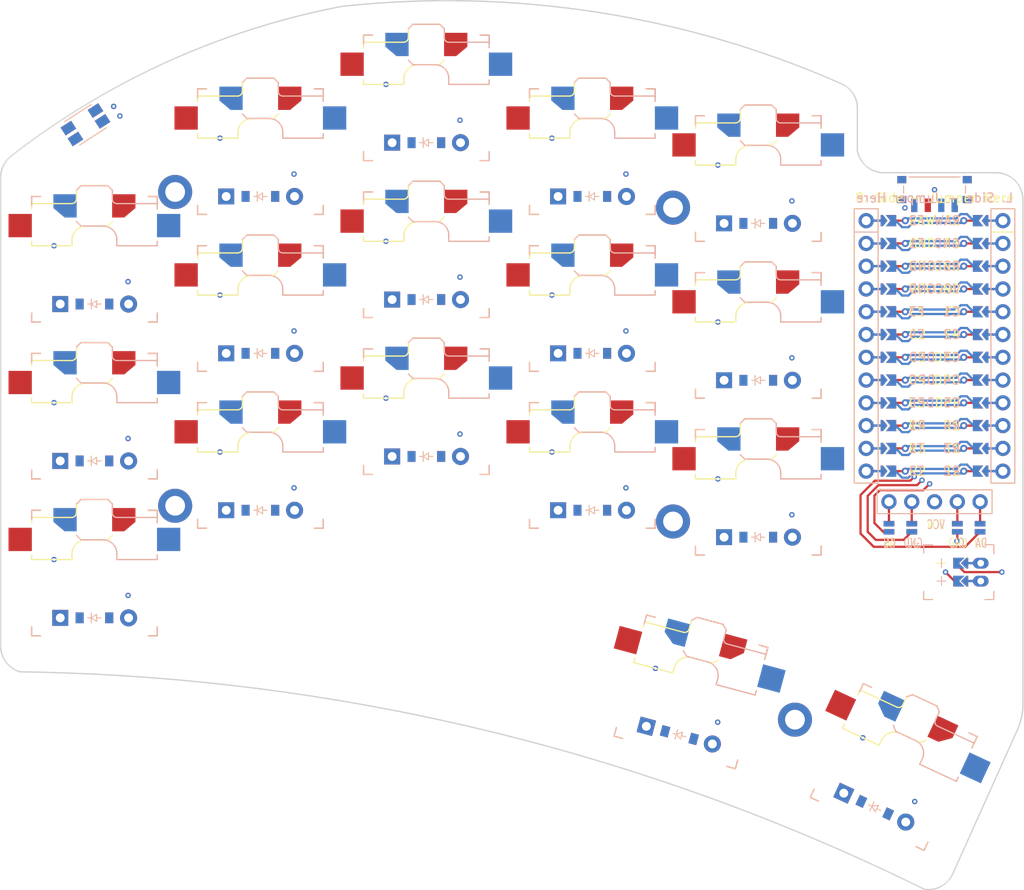
<source format=kicad_pcb>
(kicad_pcb (version 20221018) (generator pcbnew)
  (title_block (title "snak") (rev "0.1") (company "JackMatanky"))
  (layers (0 "F.Cu" signal) (31 "B.Cu" signal) (34 "B.Paste" user) (35 "F.Paste" user) (36 "B.SilkS" user "B.Silkscreen") (37 "F.SilkS" user "F.Silkscreen") (38 "B.Mask" user) (39 "F.Mask" user) (44 "Edge.Cuts" user))
  (net 0 "")
  (net 1 "C1")
  (net 2 "pinky_bot")
  (net 3 "pinky_mid")
  (net 4 "pinky_top")
  (net 5 "C2")
  (net 6 "ring_bot")
  (net 7 "ring_mid")
  (net 8 "ring_top")
  (net 9 "C3")
  (net 10 "middle_bot")
  (net 11 "middle_mid")
  (net 12 "middle_top")
  (net 13 "C4")
  (net 14 "index_bot")
  (net 15 "index_mid")
  (net 16 "index_top")
  (net 17 "C5")
  (net 18 "inner_bot")
  (net 19 "inner_mid")
  (net 20 "inner_top")
  (net 21 "T1")
  (net 22 "out_home")
  (net 23 "T2")
  (net 24 "in_home")
  (net 25 "R2")
  (net 26 "R3")
  (net 27 "R4")
  (net 28 "R1")
  (net 29 "RAW")
  (net 30 "GND")
  (net 31 "RST")
  (net 32 "VCC")
  (net 33 "F2")
  (net 34 "F1")
  (net 35 "F3")
  (net 36 "F4")
  (net 37 "DPD")
  (net 38 "DPC")
  (net 39 "DPE")
  (net 40 "MCU1_24")
  (net 41 "MCU1_1")
  (net 42 "MCU1_23")
  (net 43 "MCU1_2")
  (net 44 "MCU1_22")
  (net 45 "MCU1_3")
  (net 46 "MCU1_21")
  (net 47 "MCU1_4")
  (net 48 "MCU1_20")
  (net 49 "MCU1_5")
  (net 50 "MCU1_19")
  (net 51 "MCU1_6")
  (net 52 "MCU1_18")
  (net 53 "MCU1_7")
  (net 54 "MCU1_17")
  (net 55 "MCU1_8")
  (net 56 "MCU1_16")
  (net 57 "MCU1_9")
  (net 58 "MCU1_15")
  (net 59 "MCU1_10")
  (net 60 "MCU1_14")
  (net 61 "MCU1_11")
  (net 62 "MCU1_13")
  (net 63 "MCU1_12")
  (net 64 "DISP1_1")
  (net 65 "DISP1_2")
  (net 66 "DISP1_4")
  (net 67 "DISP1_5")
  (net 68 "pos")
  (net 69 "JST1_1")
  (net 70 "JST1_2")
  (footprint "sw_reset_side" (layer "F.Cu") (at 99 50 123)
    (fp_text reference "SW2" hide)
    (fp_text value "")
  )
  (footprint "PG1350" (layer "F.Cu") (at 189.099877 121.63499 -25)
    (fp_text reference "S17" hide)
    (fp_text value "")
  )
  (footprint "PG1350" (layer "F.Cu") (at 137 47)
    (fp_text reference "S9" hide)
    (fp_text value "")
  )
  (footprint "PG1350" (layer "F.Cu") (at 118.5 70.5)
    (fp_text reference "S5" hide)
    (fp_text value "")
  )
  (footprint "VIA-0.6mm" (layer "F.Cu") (at 185.655419 118.373746 -25)
    (fp_text reference "REF**" hide)
    (fp_text value "VIA-0.6mm" hide)
  )
  (footprint "VIA-0.6mm" (layer "F.Cu") (at 196.15 96.45)
    (fp_text reference "REF**" hide)
    (fp_text value "VIA-0.6mm" hide)
  )
  (footprint "VIA-0.6mm" (layer "F.Cu") (at 151 51.5)
    (fp_text reference "REF**" hide)
    (fp_text value "VIA-0.6mm" hide)
  )
  (footprint "ComboDiode" (layer "F.Cu") (at 137 69.5)
    (fp_text reference "D8" hide)
    (fp_text value "" hide)
  )
  (footprint "VIA-0.6mm" (layer "F.Cu") (at 169.5 72)
    (fp_text reference "REF**" hide)
    (fp_text value "VIA-0.6mm" hide)
  )
  (footprint "ComboDiode" (layer "F.Cu") (at 174 96)
    (fp_text reference "D13" hide)
    (fp_text value "" hide)
  )
  (footprint "mounting_hole" (layer "F.Cu") (at 164.5 59.25)
    (fp_text reference "H3" hide)
    (fp_text value "")
  )
  (footprint "PG1350" (layer "F.Cu") (at 155.5 88)
    (fp_text reference "S10" hide)
    (fp_text value "")
  )
  (footprint "nice!view" (layer "F.Cu") (at 193.65 75.35)
    (fp_text reference "DISP1" hide)
    (fp_text value "")
  )
  (footprint "VIA-0.6mm" (layer "F.Cu") (at 159.25 55.5)
    (fp_text reference "REF**" hide)
    (fp_text value "VIA-0.6mm" hide)
  )
  (footprint "ComboDiode" (layer "F.Cu") (at 174 61)
    (fp_text reference "D15" hide)
    (fp_text value "" hide)
  )
  (footprint "VIA-0.6mm" (layer "F.Cu") (at 151 86.5)
    (fp_text reference "REF**" hide)
    (fp_text value "VIA-0.6mm" hide)
  )
  (footprint "VIA-0.6mm" (layer "F.Cu") (at 151 69)
    (fp_text reference "REF**" hide)
    (fp_text value "VIA-0.6mm" hide)
  )
  (footprint "VIA-0.6mm" (layer "F.Cu") (at 191.4 89.25)
    (fp_text reference "REF**" hide)
    (fp_text value "VIA-0.6mm" hide)
  )
  (footprint "VIA-0.6mm" (layer "F.Cu") (at 102.145015 47.957604 123)
    (fp_text reference "REF**" hide)
    (fp_text value "VIA-0.6mm" hide)
  )
  (footprint "ComboDiode" (layer "F.Cu") (at 137 87)
    (fp_text reference "D7" hide)
    (fp_text value "" hide)
  )
  (footprint "JST_PH_S2B-PH-K" (layer "F.Cu") (at 198.8 99.9 -90)
    (fp_text reference "JST1" hide)
    (fp_text value "")
  )
  (footprint "VIA-0.6mm" (layer "F.Cu") (at 194.875 99.9 -90)
    (fp_text reference "REF**" hide)
    (fp_text value "VIA-0.6mm" hide)
  )
  (footprint "VIA-0.6mm" (layer "F.Cu") (at 103.75 67.5)
    (fp_text reference "REF**" hide)
    (fp_text value "VIA-0.6mm" hide)
  )
  (footprint "mounting_hole" (layer "F.Cu") (at 178.09111 116.355829 -15)
    (fp_text reference "H5" hide)
    (fp_text value "")
  )
  (footprint "VIA-0.6mm" (layer "F.Cu") (at 201.15 99.9 -90)
    (fp_text reference "REF**" hide)
    (fp_text value "VIA-0.6mm" hide)
  )
  (footprint "power_switch" (layer "F.Cu") (at 193.65 57.25 90)
    (fp_text reference "SW1" hide)
    (fp_text value "")
  )
  (footprint "VIA-0.6mm" (layer "F.Cu") (at 122.25 55.5)
    (fp_text reference "REF**" hide)
    (fp_text value "VIA-0.6mm" hide)
  )
  (footprint "ComboDiode" (layer "F.Cu") (at 174 78.5)
    (fp_text reference "D14" hide)
    (fp_text value "" hide)
  )
  (footprint "nice_nano" (layer "F.Cu") (at 193.65 73.4)
    (fp_text reference "MCU1" hide)
    (fp_text value "")
  )
  (footprint "ComboDiode" (layer "F.Cu") (at 186.986786 126.166529 -25)
    (fp_text reference "D17" hide)
    (fp_text value "" hide)
  )
  (footprint "ComboDiode" (layer "F.Cu") (at 118.5 93)
    (fp_text reference "D4" hide)
    (fp_text value "" hide)
  )
  (footprint "ComboDiode" (layer "F.Cu") (at 155.5 93)
    (fp_text reference "D10" hide)
    (fp_text value "" hide)
  )
  (footprint "ComboDiode" (layer "F.Cu") (at 165.205905 118.079629 -15)
    (fp_text reference "D16" hide)
    (fp_text value "" hide)
  )
  (footprint "ComboDiode" (layer "F.Cu") (at 137 52)
    (fp_text reference "D9" hide)
    (fp_text value "" hide)
  )
  (footprint "PG1350" (layer "F.Cu") (at 174 91)
    (fp_text reference "S13" hide)
    (fp_text value "")
  )
  (footprint "mounting_hole" (layer "F.Cu") (at 164.5 94.25)
    (fp_text reference "H4" hide)
    (fp_text value "")
  )
  (footprint "VIA-0.6mm" (layer "F.Cu") (at 103.75 85)
    (fp_text reference "REF**" hide)
    (fp_text value "VIA-0.6mm" hide)
  )
  (footprint "ComboDiode" (layer "F.Cu") (at 118.5 75.5)
    (fp_text reference "D5" hide)
    (fp_text value "" hide)
  )
  (footprint "ComboDiode" (layer "F.Cu") (at 100 105)
    (fp_text reference "D1" hide)
    (fp_text value "" hide)
  )
  (footprint "PG1350" (layer "F.Cu") (at 155.5 70.5)
    (fp_text reference "S11" hide)
    (fp_text value "")
  )
  (footprint "VIA-0.6mm" (layer "F.Cu") (at 114 51.5)
    (fp_text reference "REF**" hide)
    (fp_text value "VIA-0.6mm" hide)
  )
  (footprint "VIA-0.6mm" (layer "F.Cu") (at 122.25 90.5)
    (fp_text reference "REF**" hide)
    (fp_text value "VIA-0.6mm" hide)
  )
  (footprint "VIA-0.6mm" (layer "F.Cu") (at 162.541562 110.636426 -15)
    (fp_text reference "REF**" hide)
    (fp_text value "VIA-0.6mm" hide)
  )
  (footprint "VIA-0.6mm" (layer "F.Cu") (at 177.75 93.5)
    (fp_text reference "REF**" hide)
    (fp_text value "VIA-0.6mm" hide)
  )
  (footprint "PG1350" (layer "F.Cu") (at 118.5 88)
    (fp_text reference "S4" hide)
    (fp_text value "")
  )
  (footprint "VIA-0.6mm" (layer "F.Cu") (at 193.65 57.25 90)
    (fp_text reference "REF**" hide)
    (fp_text value "VIA-0.6mm" hide)
  )
  (footprint "VIA-0.6mm" (layer "F.Cu") (at 169.475174 116.635386 -15)
    (fp_text reference "REF**" hide)
    (fp_text value "VIA-0.6mm" hide)
  )
  (footprint "PG1350" (layer "F.Cu") (at 174 56)
    (fp_text reference "S15" hide)
    (fp_text value "")
  )
  (footprint "PG1350" (layer "F.Cu") (at 155.5 53)
    (fp_text reference "S12" hide)
    (fp_text value "")
  )
  (footprint "VIA-0.6mm" (layer "F.Cu") (at 159.25 73)
    (fp_text reference "REF**" hide)
    (fp_text value "VIA-0.6mm" hide)
  )
  (footprint "VIA-0.6mm" (layer "F.Cu") (at 95.5 63.5)
    (fp_text reference "REF**" hide)
    (fp_text value "VIA-0.6mm" hide)
  )
  (footprint "PG1350" (layer "F.Cu") (at 100 100)
    (fp_text reference "S1" hide)
    (fp_text value "")
  )
  (footprint "PG1350" (layer "F.Cu") (at 100 82.5)
    (fp_text reference "S2" hide)
    (fp_text value "")
  )
  (footprint "PG1350" (layer "F.Cu") (at 174 73.5)
    (fp_text reference "S14" hide)
    (fp_text value "")
  )
  (footprint "VIA-0.6mm" (layer "F.Cu") (at 122.25 73)
    (fp_text reference "REF**" hide)
    (fp_text value "VIA-0.6mm" hide)
  )
  (footprint "ComboDiode" (layer "F.Cu") (at 118.5 58)
    (fp_text reference "D6" hide)
    (fp_text value "" hide)
  )
  (footprint "VIA-0.6mm" (layer "F.Cu") (at 140.75 49.5)
    (fp_text reference "REF**" hide)
    (fp_text value "VIA-0.6mm" hide)
  )
  (footprint "VIA-0.6mm" (layer "F.Cu") (at 114 86.5)
    (fp_text reference "REF**" hide)
    (fp_text value "VIA-0.6mm" hide)
  )
  (footprint "ComboDiode" (layer "F.Cu") (at 155.5 75.5)
    (fp_text reference "D11" hide)
    (fp_text value "" hide)
  )
  (footprint "VIA-0.6mm" (layer "F.Cu") (at 177.75 76)
    (fp_text reference "REF**" hide)
    (fp_text value "VIA-0.6mm" hide)
  )
  (footprint "VIA-0.6mm" (layer "F.Cu") (at 159.25 90.5)
    (fp_text reference "REF**" hide)
    (fp_text value "VIA-0.6mm" hide)
  )
  (footprint "VIA-0.6mm" (layer "F.Cu") (at 114 69)
    (fp_text reference "REF**" hide)
    (fp_text value "VIA-0.6mm" hide)
  )
  (footprint "VIA-0.6mm" (layer "F.Cu") (at 192.25 89.65)
    (fp_text reference "REF**" hide)
    (fp_text value "VIA-0.6mm" hide)
  )
  (footprint "VIA-0.6mm" (layer "F.Cu") (at 102.839429 49.026909 123)
    (fp_text reference "REF**" hide)
    (fp_text value "VIA-0.6mm" hide)
  )
  (footprint "PG1350" (layer "F.Cu") (at 118.5 53)
    (fp_text reference "S6" hide)
    (fp_text value "")
  )
  (footprint "VIA-0.6mm" (layer "F.Cu") (at 177.75 58.5)
    (fp_text reference "REF**" hide)
    (fp_text value "VIA-0.6mm" hide)
  )
  (footprint "mounting_hole" (layer "F.Cu") (at 109 57.5)
    (fp_text reference "H1" hide)
    (fp_text value "")
  )
  (footprint "ComboDiode" (layer "F.Cu") (at 100 87.5)
    (fp_text reference "D2" hide)
    (fp_text value "" hide)
  )
  (footprint "VIA-0.6mm" (layer "F.Cu") (at 132.5 80.5)
    (fp_text reference "REF**" hide)
    (fp_text value "VIA-0.6mm" hide)
  )
  (footprint "PG1350" (layer "F.Cu") (at 166.5 113.25 -15)
    (fp_text reference "S16" hide)
    (fp_text value "")
  )
  (footprint "VIA-0.6mm" (layer "F.Cu") (at 140.75 84.5)
    (fp_text reference "REF**" hide)
    (fp_text value "VIA-0.6mm" hide)
  )
  (footprint "VIA-0.6mm" (layer "F.Cu") (at 169.5 54.5)
    (fp_text reference "REF**" hide)
    (fp_text value "VIA-0.6mm" hide)
  )
  (footprint "VIA-0.6mm" (layer "F.Cu") (at 132.5 45.5)
    (fp_text reference "REF**" hide)
    (fp_text value "VIA-0.6mm" hide)
  )
  (footprint "PG1350" (layer "F.Cu") (at 100 65)
    (fp_text reference "S3" hide)
    (fp_text value "")
  )
  (footprint "VIA-0.6mm" (layer "F.Cu") (at 103.75 102.5)
    (fp_text reference "REF**" hide)
    (fp_text value "VIA-0.6mm" hide)
  )
  (footprint "PG1350" (layer "F.Cu") (at 137 64.5)
    (fp_text reference "S8" hide)
    (fp_text value "")
  )
  (footprint "PG1350" (layer "F.Cu") (at 137 82)
    (fp_text reference "S7" hide)
    (fp_text value "")
  )
  (footprint "VIA-0.6mm" (layer "F.Cu") (at 95.5 98.5)
    (fp_text reference "REF**" hide)
    (fp_text value "VIA-0.6mm" hide)
  )
  (footprint "VIA-0.6mm" (layer "F.Cu") (at 169.5 89.5)
    (fp_text reference "REF**" hide)
    (fp_text value "VIA-0.6mm" hide)
  )
  (footprint "ComboDiode" (layer "F.Cu") (at 155.5 58)
    (fp_text reference "D12" hide)
    (fp_text value "" hide)
  )
  (footprint "mounting_hole" (layer "F.Cu") (at 109 92.5)
    (fp_text reference "H2" hide)
    (fp_text value "")
  )
  (footprint "VIA-0.6mm" (layer "F.Cu") (at 140.75 67)
    (fp_text reference "REF**" hide)
    (fp_text value "VIA-0.6mm" hide)
  )
  (footprint "VIA-0.6mm" (layer "F.Cu") (at 193.1 90.05)
    (fp_text reference "REF**" hide)
    (fp_text value "VIA-0.6mm" hide)
  )
  (footprint "VIA-0.6mm" (layer "F.Cu") (at 191.441986 125.485578 -25)
    (fp_text reference "REF**" hide)
    (fp_text value "VIA-0.6mm" hide)
  )
  (footprint "VIA-0.6mm" (layer "F.Cu") (at 190.35 59.275 90)
    (fp_text reference "REF**" hide)
    (fp_text value "VIA-0.6mm" hide)
  )
  (footprint "ComboDiode" (layer "F.Cu") (at 100 70)
    (fp_text reference "D3" hide)
    (fp_text value "" hide)
  )
  (footprint "VIA-0.6mm" (layer "F.Cu") (at 95.5 81)
    (fp_text reference "REF**" hide)
    (fp_text value "VIA-0.6mm" hide)
  )
  (footprint "VIA-0.6mm" (layer "F.Cu") (at 132.5 63)
    (fp_text reference "REF**" hide)
    (fp_text value "VIA-0.6mm" hide)
  )
  (gr_arc (start 89.55 55.85) (mid 89.869164 54.522082) (end 90.74 53.47) (stroke (width 0.15)) (layer "Edge.Cuts"))
  (gr_arc (start 183.2 45.4) (mid 184.543874 46.499233) (end 185.05 48.16) (stroke (width 0.15)) (layer "Edge.Cuts"))
  (gr_arc (start 91.729528 111.022192) (mid 143.483319 117.522792) (end 192.528304 135.279541) (stroke (width 0.15)) (layer "Edge.Cuts"))
  (gr_arc (start 90.74 53.47) (mid 108.183487 42.953665) (end 127.6 36.8) (stroke (width 0.15)) (layer "Edge.Cuts"))
  (gr_arc (start 200.55 55.35) (mid 202.656675 56.264035) (end 203.5 58.4) (stroke (width 0.15)) (layer "Edge.Cuts"))
  (gr_line (start 188 55.35) (end 200.55 55.35) (stroke (width 0.15)) (layer "Edge.Cuts"))
  (gr_line (start 203.5 58.4) (end 203.5 115) (stroke (width 0.15)) (layer "Edge.Cuts"))
  (gr_arc (start 203.5 115) (mid 203.228475 116.54834) (end 202.649999 118.01) (stroke (width 0.15)) (layer "Edge.Cuts"))
  (gr_line (start 185.05 52.9) (end 185.05 48.16) (stroke (width 0.15)) (layer "Edge.Cuts"))
  (gr_line (start 202.65 118.01) (end 195.67 133.58) (stroke (width 0.15)) (layer "Edge.Cuts"))
  (gr_arc (start 188 55.35) (mid 186.082012 54.658394) (end 185.05 52.9) (stroke (width 0.15)) (layer "Edge.Cuts"))
  (gr_line (start 89.55 108.136568) (end 89.55 55.85) (stroke (width 0.15)) (layer "Edge.Cuts"))
  (gr_arc (start 195.67 133.58) (mid 194.380573 134.948235) (end 192.53 135.28) (stroke (width 0.15)) (layer "Edge.Cuts"))
  (gr_arc (start 203.55 90.447565) (mid 203.549999 90.45003) (end 203.549996 90.452495) (stroke (width 0.15)) (layer "Edge.Cuts"))
  (gr_arc (start 127.6 36.8) (mid 155.966038 37.440499) (end 183.2 45.4) (stroke (width 0.15)) (layer "Edge.Cuts"))
  (gr_arc (start 91.729527 111.022192) (mid 90.15611 109.944686) (end 89.55 108.136568) (stroke (width 0.15)) (layer "Edge.Cuts"))
  (segment (start 198.43 88.64) (end 196.91 88.64) (width 0.25) (layer "F.Cu") (net 1))
  (segment (start 198.43 70.86) (end 196.91 70.86) (width 0.25) (layer "F.Cu") (net 1))
  (segment (start 191.11 88.98) (end 191.2 88.89) (width 0.25) (layer "B.Cu") (net 1))
  (segment (start 191.11 71.2) (end 191.2 71.11) (width 0.25) (layer "B.Cu") (net 1))
  (segment (start 190.74 89.37) (end 191.11 88.99) (width 0.25) (layer "B.Cu") (net 1))
  (segment (start 190.04 71.59) (end 190.74 71.59) (width 0.25) (layer "B.Cu") (net 1))
  (segment (start 191.11 88.99) (end 191.11 88.98) (width 0.25) (layer "B.Cu") (net 1))
  (segment (start 189.31 88.64) (end 190.04 89.37) (width 0.25) (layer "B.Cu") (net 1))
  (segment (start 196.66 88.89) (end 196.91 88.64) (width 0.25) (layer "B.Cu") (net 1))
  (segment (start 190.74 71.59) (end 191.11 71.21) (width 0.25) (layer "B.Cu") (net 1))
  (segment (start 188.88 88.64) (end 189.31 88.64) (width 0.25) (layer "B.Cu") (net 1))
  (segment (start 191.11 71.21) (end 191.11 71.2) (width 0.25) (layer "B.Cu") (net 1))
  (segment (start 196.66 71.11) (end 196.91 70.86) (width 0.25) (layer "B.Cu") (net 1))
  (segment (start 188.88 70.86) (end 189.31 70.86) (width 0.25) (layer "B.Cu") (net 1))
  (segment (start 191.2 88.89) (end 196.66 88.89) (width 0.25) (layer "B.Cu") (net 1))
  (segment (start 190.04 89.37) (end 190.74 89.37) (width 0.25) (layer "B.Cu") (net 1))
  (segment (start 191.2 71.11) (end 196.66 71.11) (width 0.25) (layer "B.Cu") (net 1))
  (segment (start 189.31 70.86) (end 190.04 71.59) (width 0.25) (layer "B.Cu") (net 1))
  (segment (start 198.43 73.4) (end 196.91 73.4) (width 0.25) (layer "F.Cu") (net 5))
  (segment (start 190.04 74.13) (end 190.74 74.13) (width 0.25) (layer "B.Cu") (net 5))
  (segment (start 191.2 73.65) (end 196.66 73.65) (width 0.25) (layer "B.Cu") (net 5))
  (segment (start 191.11 73.75) (end 191.11 73.74) (width 0.25) (layer "B.Cu") (net 5))
  (segment (start 196.66 73.65) (end 196.91 73.4) (width 0.25) (layer "B.Cu") (net 5))
  (segment (start 190.74 74.13) (end 191.11 73.75) (width 0.25) (layer "B.Cu") (net 5))
  (segment (start 189.31 73.4) (end 190.04 74.13) (width 0.25) (layer "B.Cu") (net 5))
  (segment (start 191.11 73.74) (end 191.2 73.65) (width 0.25) (layer "B.Cu") (net 5))
  (segment (start 188.88 73.4) (end 189.31 73.4) (width 0.25) (layer "B.Cu") (net 5))
  (segment (start 198.43 75.94) (end 196.91 75.94) (width 0.25) (layer "F.Cu") (net 9))
  (segment (start 191.11 76.28) (end 191.2 76.19) (width 0.25) (layer "B.Cu") (net 9))
  (segment (start 188.88 75.94) (end 189.31 75.94) (width 0.25) (layer "B.Cu") (net 9))
  (segment (start 196.66 76.19) (end 196.91 75.94) (width 0.25) (layer "B.Cu") (net 9))
  (segment (start 190.04 76.67) (end 190.74 76.67) (width 0.25) (layer "B.Cu") (net 9))
  (segment (start 189.31 75.94) (end 190.04 76.67) (width 0.25) (layer "B.Cu") (net 9))
  (segment (start 191.11 76.29) (end 191.11 76.28) (width 0.25) (layer "B.Cu") (net 9))
  (segment (start 191.2 76.19) (end 196.66 76.19) (width 0.25) (layer "B.Cu") (net 9))
  (segment (start 190.74 76.67) (end 191.11 76.29) (width 0.25) (layer "B.Cu") (net 9))
  (segment (start 198.43 78.48) (end 196.91 78.48) (width 0.25) (layer "F.Cu") (net 13))
  (segment (start 190.04 79.21) (end 190.74 79.21) (width 0.25) (layer "B.Cu") (net 13))
  (segment (start 191.11 78.83) (end 191.11 78.82) (width 0.25) (layer "B.Cu") (net 13))
  (segment (start 191.11 78.82) (end 191.2 78.73) (width 0.25) (layer "B.Cu") (net 13))
  (segment (start 188.88 78.48) (end 189.31 78.48) (width 0.25) (layer "B.Cu") (net 13))
  (segment (start 191.2 78.73) (end 196.66 78.73) (width 0.25) (layer "B.Cu") (net 13))
  (segment (start 196.66 78.73) (end 196.91 78.48) (width 0.25) (layer "B.Cu") (net 13))
  (segment (start 190.74 79.21) (end 191.11 78.83) (width 0.25) (layer "B.Cu") (net 13))
  (segment (start 189.31 78.48) (end 190.04 79.21) (width 0.25) (layer "B.Cu") (net 13))
  (segment (start 198.43 81.02) (end 196.91 81.02) (width 0.25) (layer "F.Cu") (net 17))
  (segment (start 188.88 81.02) (end 189.31 81.02) (width 0.25) (layer "B.Cu") (net 17))
  (segment (start 190.74 81.75) (end 191.11 81.37) (width 0.25) (layer "B.Cu") (net 17))
  (segment (start 191.11 81.37) (end 191.11 81.36) (width 0.25) (layer "B.Cu") (net 17))
  (segment (start 191.11 81.36) (end 191.2 81.27) (width 0.25) (layer "B.Cu") (net 17))
  (segment (start 191.2 81.27) (end 196.66 81.27) (width 0.25) (layer "B.Cu") (net 17))
  (segment (start 189.31 81.02) (end 190.04 81.75) (width 0.25) (layer "B.Cu") (net 17))
  (segment (start 190.04 81.75) (end 190.74 81.75) (width 0.25) (layer "B.Cu") (net 17))
  (segment (start 196.66 81.27) (end 196.91 81.02) (width 0.25) (layer "B.Cu") (net 17))
  (segment (start 188.88 86.1) (end 190.39 86.1) (width 0.25) (layer "F.Cu") (net 21))
  (segment (start 190.64 85.85) (end 190.39 86.1) (width 0.25) (layer "B.Cu") (net 21))
  (segment (start 196.09 85.85) (end 190.64 85.85) (width 0.25) (layer "B.Cu") (net 21))
  (segment (start 196.56 85.37) (end 196.09 85.85) (width 0.25) (layer "B.Cu") (net 21))
  (segment (start 197.26 85.37) (end 196.56 85.37) (width 0.25) (layer "B.Cu") (net 21))
  (segment (start 197.99 86.1) (end 197.26 85.37) (width 0.25) (layer "B.Cu") (net 21))
  (segment (start 198.43 86.1) (end 197.99 86.1) (width 0.25) (layer "B.Cu") (net 21))
  (segment (start 188.88 88.64) (end 190.39 88.64) (width 0.25) (layer "F.Cu") (net 23))
  (segment (start 197.26 87.91) (end 196.56 87.91) (width 0.25) (layer "B.Cu") (net 23))
  (segment (start 196.56 87.91) (end 196.09 88.39) (width 0.25) (layer "B.Cu") (net 23))
  (segment (start 197.99 88.64) (end 197.26 87.91) (width 0.25) (layer "B.Cu") (net 23))
  (segment (start 198.43 88.64) (end 197.99 88.64) (width 0.25) (layer "B.Cu") (net 23))
  (segment (start 196.09 88.39) (end 190.64 88.39) (width 0.25) (layer "B.Cu") (net 23))
  (segment (start 190.64 88.39) (end 190.39 88.64) (width 0.25) (layer "B.Cu") (net 23))
  (segment (start 198.43 86.1) (end 196.91 86.1) (width 0.25) (layer "F.Cu") (net 26))
  (segment (start 191.2 86.35) (end 196.66 86.35) (width 0.25) (layer "B.Cu") (net 26))
  (segment (start 191.11 86.45) (end 191.11 86.44) (width 0.25) (layer "B.Cu") (net 26))
  (segment (start 189.31 86.1) (end 190.04 86.83) (width 0.25) (layer "B.Cu") (net 26))
  (segment (start 188.88 86.1) (end 189.31 86.1) (width 0.25) (layer "B.Cu") (net 26))
  (segment (start 191.11 86.44) (end 191.2 86.35) (width 0.25) (layer "B.Cu") (net 26))
  (segment (start 190.04 86.83) (end 190.74 86.83) (width 0.25) (layer "B.Cu") (net 26))
  (segment (start 196.66 86.35) (end 196.91 86.1) (width 0.25) (layer "B.Cu") (net 26))
  (segment (start 190.74 86.83) (end 191.11 86.45) (width 0.25) (layer "B.Cu") (net 26))
  (segment (start 198.43 83.56) (end 196.91 83.56) (width 0.25) (layer "F.Cu") (net 27))
  (segment (start 188.88 83.56) (end 189.31 83.56) (width 0.25) (layer "B.Cu") (net 27))
  (segment (start 190.74 84.29) (end 191.11 83.91) (width 0.25) (layer "B.Cu") (net 27))
  (segment (start 191.11 83.9) (end 191.2 83.81) (width 0.25) (layer "B.Cu") (net 27))
  (segment (start 191.2 83.81) (end 196.66 83.81) (width 0.25) (layer "B.Cu") (net 27))
  (segment (start 189.31 83.56) (end 190.04 84.29) (width 0.25) (layer "B.Cu") (net 27))
  (segment (start 190.04 84.29) (end 190.74 84.29) (width 0.25) (layer "B.Cu") (net 27))
  (segment (start 191.11 83.91) (end 191.11 83.9) (width 0.25) (layer "B.Cu") (net 27))
  (segment (start 196.66 83.81) (end 196.91 83.56) (width 0.25) (layer "B.Cu") (net 27))
  (segment (start 188.88 83.56) (end 190.39 83.56) (width 0.25) (layer "F.Cu") (net 28))
  (segment (start 190.64 83.31) (end 190.39 83.56) (width 0.25) (layer "B.Cu") (net 28))
  (segment (start 197.26 82.83) (end 196.56 82.83) (width 0.25) (layer "B.Cu") (net 28))
  (segment (start 198.43 83.56) (end 197.99 83.56) (width 0.25) (layer "B.Cu") (net 28))
  (segment (start 196.56 82.83) (end 196.09 83.31) (width 0.25) (layer "B.Cu") (net 28))
  (segment (start 196.09 83.31) (end 190.64 83.31) (width 0.25) (layer "B.Cu") (net 28))
  (segment (start 197.99 83.56) (end 197.26 82.83) (width 0.25) (layer "B.Cu") (net 28))
  (segment (start 198.43 60.7) (end 196.91 60.7) (width 0.25) (layer "F.Cu") (net 29))
  (segment (start 188.88 60.7) (end 189.31 60.7) (width 0.25) (layer "B.Cu") (net 29))
  (segment (start 191.2 60.95) (end 196.66 60.95) (width 0.25) (layer "B.Cu") (net 29))
  (segment (start 196.66 60.95) (end 196.91 60.7) (width 0.25) (layer "B.Cu") (net 29))
  (segment (start 189.31 60.7) (end 190.04 61.43) (width 0.25) (layer "B.Cu") (net 29))
  (segment (start 191.11 61.05) (end 191.11 61.04) (width 0.25) (layer "B.Cu") (net 29))
  (segment (start 190.04 61.43) (end 190.74 61.43) (width 0.25) (layer "B.Cu") (net 29))
  (segment (start 191.11 61.04) (end 191.2 60.95) (width 0.25) (layer "B.Cu") (net 29))
  (segment (start 190.74 61.43) (end 191.11 61.05) (width 0.25) (layer "B.Cu") (net 29))
  (segment (start 196.19 96.41) (end 196.15 96.45) (width 0.25) (layer "F.Cu") (net 30))
  (segment (start 198.43 63.24) (end 196.91 63.24) (width 0.25) (layer "F.Cu") (net 30))
  (segment (start 196.984 99.9) (end 201.15 99.9) (width 0.25) (layer "F.Cu") (net 30))
  (segment (start 188.88 68.32) (end 190.39 68.32) (width 0.25) (layer "F.Cu") (net 30))
  (segment (start 196.19 95.4) (end 196.19 96.41) (width 0.25) (layer "F.Cu") (net 30))
  (segment (start 195.984 98.9) (end 196.984 99.9) (width 0.25) (layer "F.Cu") (net 30))
  (segment (start 188.88 65.78) (end 190.39 65.78) (width 0.25) (layer "F.Cu") (net 30))
  (segment (start 198.43 68.32) (end 197.99 68.32) (width 0.25) (layer "B.Cu") (net 30))
  (segment (start 196.66 63.49) (end 196.91 63.24) (width 0.25) (layer "B.Cu") (net 30))
  (segment (start 196.09 65.53) (end 190.64 65.53) (width 0.25) (layer "B.Cu") (net 30))
  (segment (start 198.43 65.78) (end 197.99 65.78) (width 0.25) (layer "B.Cu") (net 30))
  (segment (start 190.64 65.53) (end 190.39 65.78) (width 0.25) (layer "B.Cu") (net 30))
  (segment (start 190.04 63.97) (end 190.74 63.97) (width 0.25) (layer "B.Cu") (net 30))
  (segment (start 189.31 63.24) (end 190.04 63.97) (width 0.25) (layer "B.Cu") (net 30))
  (segment (start 196.56 67.59) (end 196.09 68.07) (width 0.25) (layer "B.Cu") (net 30))
  (segment (start 190.64 68.07) (end 190.39 68.32) (width 0.25) (layer "B.Cu") (net 30))
  (segment (start 191.11 63.59) (end 191.11 63.58) (width 0.25) (layer "B.Cu") (net 30))
  (segment (start 191.2 63.49) (end 196.66 63.49) (width 0.25) (layer "B.Cu") (net 30))
  (segment (start 188.88 63.24) (end 189.31 63.24) (width 0.25) (layer "B.Cu") (net 30))
  (segment (start 196.56 65.05) (end 196.09 65.53) (width 0.25) (layer "B.Cu") (net 30))
  (segment (start 197.99 68.32) (end 197.26 67.59) (width 0.25) (layer "B.Cu") (net 30))
  (segment (start 190.74 63.97) (end 191.11 63.59) (width 0.25) (layer "B.Cu") (net 30))
  (segment (start 191.11 63.58) (end 191.2 63.49) (width 0.25) (layer "B.Cu") (net 30))
  (segment (start 197.26 67.59) (end 196.56 67.59) (width 0.25) (layer "B.Cu") (net 30))
  (segment (start 197.99 65.78) (end 197.26 65.05) (width 0.25) (layer "B.Cu") (net 30))
  (segment (start 197.26 65.05) (end 196.56 65.05) (width 0.25) (layer "B.Cu") (net 30))
  (segment (start 196.09 68.07) (end 190.64 68.07) (width 0.25) (layer "B.Cu") (net 30))
  (segment (start 198.43 65.78) (end 196.91 65.78) (width 0.25) (layer "F.Cu") (net 31))
  (segment (start 190.74 66.51) (end 191.11 66.13) (width 0.25) (layer "B.Cu") (net 31))
  (segment (start 191.11 66.12) (end 191.2 66.03) (width 0.25) (layer "B.Cu") (net 31))
  (segment (start 189.31 65.78) (end 190.04 66.51) (width 0.25) (layer "B.Cu") (net 31))
  (segment (start 188.88 65.78) (end 189.31 65.78) (width 0.25) (layer "B.Cu") (net 31))
  (segment (start 191.11 66.13) (end 191.11 66.12) (width 0.25) (layer "B.Cu") (net 31))
  (segment (start 191.2 66.03) (end 196.66 66.03) (width 0.25) (layer "B.Cu") (net 31))
  (segment (start 190.04 66.51) (end 190.74 66.51) (width 0.25) (layer "B.Cu") (net 31))
  (segment (start 196.66 66.03) (end 196.91 65.78) (width 0.25) (layer "B.Cu") (net 31))
  (segment (start 198.43 68.32) (end 196.91 68.32) (width 0.25) (layer "F.Cu") (net 32))
  (segment (start 191.11 68.67) (end 191.11 68.66) (width 0.25) (layer "B.Cu") (net 32))
  (segment (start 191.11 68.66) (end 191.2 68.57) (width 0.25) (layer "B.Cu") (net 32))
  (segment (start 190.04 69.05) (end 190.74 69.05) (width 0.25) (layer "B.Cu") (net 32))
  (segment (start 196.66 68.57) (end 196.91 68.32) (width 0.25) (layer "B.Cu") (net 32))
  (segment (start 190.74 69.05) (end 191.11 68.67) (width 0.25) (layer "B.Cu") (net 32))
  (segment (start 191.2 68.57) (end 196.66 68.57) (width 0.25) (layer "B.Cu") (net 32))
  (segment (start 188.88 68.32) (end 189.31 68.32) (width 0.25) (layer "B.Cu") (net 32))
  (segment (start 189.31 68.32) (end 190.04 69.05) (width 0.25) (layer "B.Cu") (net 32))
  (segment (start 188.88 60.7) (end 190.39 60.7) (width 0.25) (layer "F.Cu") (net 33))
  (segment (start 190.64 60.45) (end 190.39 60.7) (width 0.25) (layer "B.Cu") (net 33))
  (segment (start 197.26 59.97) (end 196.56 59.97) (width 0.25) (layer "B.Cu") (net 33))
  (segment (start 196.09 60.45) (end 190.64 60.45) (width 0.25) (layer "B.Cu") (net 33))
  (segment (start 197.99 60.7) (end 197.26 59.97) (width 0.25) (layer "B.Cu") (net 33))
  (segment (start 196.56 59.97) (end 196.09 60.45) (width 0.25) (layer "B.Cu") (net 33))
  (segment (start 198.43 60.7) (end 197.99 60.7) (width 0.25) (layer "B.Cu") (net 33))
  (segment (start 188.88 63.24) (end 190.39 63.24) (width 0.25) (layer "F.Cu") (net 34))
  (segment (start 196.56 62.51) (end 196.09 62.99) (width 0.25) (layer "B.Cu") (net 34))
  (segment (start 198.43 63.24) (end 197.99 63.24) (width 0.25) (layer "B.Cu") (net 34))
  (segment (start 197.99 63.24) (end 197.26 62.51) (width 0.25) (layer "B.Cu") (net 34))
  (segment (start 196.09 62.99) (end 190.64 62.99) (width 0.25) (layer "B.Cu") (net 34))
  (segment (start 190.64 62.99) (end 190.39 63.24) (width 0.25) (layer "B.Cu") (net 34))
  (segment (start 197.26 62.51) (end 196.56 62.51) (width 0.25) (layer "B.Cu") (net 34))
  (segment (start 188.88 70.86) (end 190.39 70.86) (width 0.25) (layer "F.Cu") (net 35))
  (segment (start 197.99 70.86) (end 197.26 70.13) (width 0.25) (layer "B.Cu") (net 35))
  (segment (start 196.56 70.13) (end 196.09 70.61) (width 0.25) (layer "B.Cu") (net 35))
  (segment (start 190.64 70.61) (end 190.39 70.86) (width 0.25) (layer "B.Cu") (net 35))
  (segment (start 197.26 70.13) (end 196.56 70.13) (width 0.25) (layer "B.Cu") (net 35))
  (segment (start 198.43 70.86) (end 197.99 70.86) (width 0.25) (layer "B.Cu") (net 35))
  (segment (start 196.09 70.61) (end 190.64 70.61) (width 0.25) (layer "B.Cu") (net 35))
  (segment (start 188.88 73.4) (end 190.39 73.4) (width 0.25) (layer "F.Cu") (net 36))
  (segment (start 196.09 73.15) (end 190.64 73.15) (width 0.25) (layer "B.Cu") (net 36))
  (segment (start 197.99 73.4) (end 197.26 72.67) (width 0.25) (layer "B.Cu") (net 36))
  (segment (start 190.64 73.15) (end 190.39 73.4) (width 0.25) (layer "B.Cu") (net 36))
  (segment (start 198.43 73.4) (end 197.99 73.4) (width 0.25) (layer "B.Cu") (net 36))
  (segment (start 196.56 72.67) (end 196.09 73.15) (width 0.25) (layer "B.Cu") (net 36))
  (segment (start 197.26 72.67) (end 196.56 72.67) (width 0.25) (layer "B.Cu") (net 36))
  (segment (start 186.95 94.43) (end 186.95 91.36) (width 0.25) (layer "F.Cu") (net 37))
  (segment (start 187.55 90.76) (end 192.39 90.76) (width 0.25) (layer "F.Cu") (net 37))
  (segment (start 187.92 95.4) (end 186.95 94.43) (width 0.25) (layer "F.Cu") (net 37))
  (segment (start 188.57 95.4) (end 187.92 95.4) (width 0.25) (layer "F.Cu") (net 37))
  (segment (start 192.39 90.76) (end 193.1 90.05) (width 0.25) (layer "F.Cu") (net 37))
  (segment (start 188.88 75.94) (end 190.39 75.94) (width 0.25) (layer "F.Cu") (net 37))
  (segment (start 186.95 91.36) (end 187.55 90.76) (width 0.25) (layer "F.Cu") (net 37))
  (segment (start 196.56 75.21) (end 196.09 75.69) (width 0.25) (layer "B.Cu") (net 37))
  (segment (start 190.64 75.69) (end 190.39 75.94) (width 0.25) (layer "B.Cu") (net 37))
  (segment (start 198.43 75.94) (end 197.99 75.94) (width 0.25) (layer "B.Cu") (net 37))
  (segment (start 196.09 75.69) (end 190.64 75.69) (width 0.25) (layer "B.Cu") (net 37))
  (segment (start 197.26 75.21) (end 196.56 75.21) (width 0.25) (layer "B.Cu") (net 37))
  (segment (start 197.99 75.94) (end 197.26 75.21) (width 0.25) (layer "B.Cu") (net 37))
  (segment (start 187.4 90.2) (end 191.7 90.2) (width 0.25) (layer "F.Cu") (net 38))
  (segment (start 188.88 78.48) (end 190.39 78.48) (width 0.25) (layer "F.Cu") (net 38))
  (segment (start 186.2 95.4) (end 186.2 91.4) (width 0.25) (layer "F.Cu") (net 38))
  (segment (start 191.7 90.2) (end 192.25 89.65) (width 0.25) (layer "F.Cu") (net 38))
  (segment (start 191.11 95.4) (end 190.21 96.3) (width 0.25) (layer "F.Cu") (net 38))
  (segment (start 187.1 96.3) (end 186.2 95.4) (width 0.25) (layer "F.Cu") (net 38))
  (segment (start 190.21 96.3) (end 187.1 96.3) (width 0.25) (layer "F.Cu") (net 38))
  (segment (start 186.2 91.4) (end 187.4 90.2) (width 0.25) (layer "F.Cu") (net 38))
  (segment (start 197.26 77.75) (end 196.56 77.75) (width 0.25) (layer "B.Cu") (net 38))
  (segment (start 197.99 78.48) (end 197.26 77.75) (width 0.25) (layer "B.Cu") (net 38))
  (segment (start 196.09 78.23) (end 190.64 78.23) (width 0.25) (layer "B.Cu") (net 38))
  (segment (start 198.43 78.48) (end 197.99 78.48) (width 0.25) (layer "B.Cu") (net 38))
  (segment (start 190.64 78.23) (end 190.39 78.48) (width 0.25) (layer "B.Cu") (net 38))
  (segment (start 196.56 77.75) (end 196.09 78.23) (width 0.25) (layer "B.Cu") (net 38))
  (segment (start 185.4 95.6) (end 185.4 91.3) (width 0.25) (layer "F.Cu") (net 39))
  (segment (start 186.875 97.075) (end 185.4 95.6) (width 0.25) (layer "F.Cu") (net 39))
  (segment (start 187 89.7) (end 190.95 89.7) (width 0.25) (layer "F.Cu") (net 39))
  (segment (start 188.88 81.02) (end 190.39 81.02) (width 0.25) (layer "F.Cu") (net 39))
  (segment (start 198.73 95.4) (end 197.055 97.075) (width 0.25) (layer "F.Cu") (net 39))
  (segment (start 185.4 91.3) (end 187 89.7) (width 0.25) (layer "F.Cu") (net 39))
  (segment (start 190.95 89.7) (end 191.4 89.25) (width 0.25) (layer "F.Cu") (net 39))
  (segment (start 197.055 97.075) (end 186.875 97.075) (width 0.25) (layer "F.Cu") (net 39))
  (segment (start 196.09 80.77) (end 190.64 80.77) (width 0.25) (layer "B.Cu") (net 39))
  (segment (start 190.64 80.77) (end 190.39 81.02) (width 0.25) (layer "B.Cu") (net 39))
  (segment (start 198.43 81.02) (end 197.99 81.02) (width 0.25) (layer "B.Cu") (net 39))
  (segment (start 196.56 80.29) (end 196.09 80.77) (width 0.25) (layer "B.Cu") (net 39))
  (segment (start 197.99 81.02) (end 197.26 80.29) (width 0.25) (layer "B.Cu") (net 39))
  (segment (start 197.26 80.29) (end 196.56 80.29) (width 0.25) (layer "B.Cu") (net 39))
  (segment (start 186.03 60.7) (end 188.15 60.7) (width 0.25) (layer "F.Cu") (net 40))
  (segment (start 186.03 60.7) (end 188.15 60.7) (width 0.25) (layer "B.Cu") (net 40))
  (segment (start 199.15 60.7) (end 201.27 60.7) (width 0.25) (layer "F.Cu") (net 41))
  (segment (start 201.27 60.7) (end 199.15 60.7) (width 0.25) (layer "B.Cu") (net 41))
  (segment (start 186.03 63.24) (end 188.15 63.24) (width 0.25) (layer "F.Cu") (net 42))
  (segment (start 186.03 63.24) (end 188.15 63.24) (width 0.25) (layer "B.Cu") (net 42))
  (segment (start 199.15 63.24) (end 201.27 63.24) (width 0.25) (layer "F.Cu") (net 43))
  (segment (start 201.27 63.24) (end 199.15 63.24) (width 0.25) (layer "B.Cu") (net 43))
  (segment (start 186.03 65.78) (end 188.15 65.78) (width 0.25) (layer "F.Cu") (net 44))
  (segment (start 186.03 65.78) (end 188.15 65.78) (width 0.25) (layer "B.Cu") (net 44))
  (segment (start 199.15 65.78) (end 201.27 65.78) (width 0.25) (layer "F.Cu") (net 45))
  (segment (start 201.27 65.78) (end 199.15 65.78) (width 0.25) (layer "B.Cu") (net 45))
  (segment (start 186.03 68.32) (end 188.15 68.32) (width 0.25) (layer "F.Cu") (net 46))
  (segment (start 186.03 68.32) (end 188.15 68.32) (width 0.25) (layer "B.Cu") (net 46))
  (segment (start 199.15 68.32) (end 201.27 68.32) (width 0.25) (layer "F.Cu") (net 47))
  (segment (start 201.27 68.32) (end 199.15 68.32) (width 0.25) (layer "B.Cu") (net 47))
  (segment (start 186.03 70.86) (end 188.15 70.86) (width 0.25) (layer "F.Cu") (net 48))
  (segment (start 186.03 70.86) (end 188.15 70.86) (width 0.25) (layer "B.Cu") (net 48))
  (segment (start 199.15 70.86) (end 201.27 70.86) (width 0.25) (layer "F.Cu") (net 49))
  (segment (start 201.27 70.86) (end 199.15 70.86) (width 0.25) (layer "B.Cu") (net 49))
  (segment (start 186.03 73.4) (end 188.15 73.4) (width 0.25) (layer "F.Cu") (net 50))
  (segment (start 186.03 73.4) (end 188.15 73.4) (width 0.25) (layer "B.Cu") (net 50))
  (segment (start 199.15 73.4) (end 201.27 73.4) (width 0.25) (layer "F.Cu") (net 51))
  (segment (start 201.27 73.4) (end 199.15 73.4) (width 0.25) (layer "B.Cu") (net 51))
  (segment (start 186.03 75.94) (end 188.15 75.94) (width 0.25) (layer "F.Cu") (net 52))
  (segment (start 186.03 75.94) (end 188.15 75.94) (width 0.25) (layer "B.Cu") (net 52))
  (segment (start 199.15 75.94) (end 201.27 75.94) (width 0.25) (layer "F.Cu") (net 53))
  (segment (start 201.27 75.94) (end 199.15 75.94) (width 0.25) (layer "B.Cu") (net 53))
  (segment (start 186.03 78.48) (end 188.15 78.48) (width 0.25) (layer "F.Cu") (net 54))
  (segment (start 186.03 78.48) (end 188.15 78.48) (width 0.25) (layer "B.Cu") (net 54))
  (segment (start 199.15 78.48) (end 201.27 78.48) (width 0.25) (layer "F.Cu") (net 55))
  (segment (start 201.27 78.48) (end 199.15 78.48) (width 0.25) (layer "B.Cu") (net 55))
  (segment (start 186.03 81.02) (end 188.15 81.02) (width 0.25) (layer "F.Cu") (net 56))
  (segment (start 186.03 81.02) (end 188.15 81.02) (width 0.25) (layer "B.Cu") (net 56))
  (segment (start 199.15 81.02) (end 201.27 81.02) (width 0.25) (layer "F.Cu") (net 57))
  (segment (start 201.27 81.02) (end 199.15 81.02) (width 0.25) (layer "B.Cu") (net 57))
  (segment (start 186.03 83.56) (end 188.15 83.56) (width 0.25) (layer "F.Cu") (net 58))
  (segment (start 186.03 83.56) (end 188.15 83.56) (width 0.25) (layer "B.Cu") (net 58))
  (segment (start 199.15 83.56) (end 201.27 83.56) (width 0.25) (layer "F.Cu") (net 59))
  (segment (start 201.27 83.56) (end 199.15 83.56) (width 0.25) (layer "B.Cu") (net 59))
  (segment (start 186.03 86.1) (end 188.15 86.1) (width 0.25) (layer "F.Cu") (net 60))
  (segment (start 186.03 86.1) (end 188.15 86.1) (width 0.25) (layer "B.Cu") (net 60))
  (segment (start 199.15 86.1) (end 201.27 86.1) (width 0.25) (layer "F.Cu") (net 61))
  (segment (start 201.27 86.1) (end 199.15 86.1) (width 0.25) (layer "B.Cu") (net 61))
  (segment (start 186.03 88.64) (end 188.15 88.64) (width 0.25) (layer "F.Cu") (net 62))
  (segment (start 186.03 88.64) (end 188.15 88.64) (width 0.25) (layer "B.Cu") (net 62))
  (segment (start 199.15 88.64) (end 201.27 88.64) (width 0.25) (layer "F.Cu") (net 63))
  (segment (start 201.27 88.64) (end 199.15 88.64) (width 0.25) (layer "B.Cu") (net 63))
  (segment (start 188.57 92.05) (end 188.57 94.5) (width 0.25) (layer "F.Cu") (net 64))
  (segment (start 191.11 92.05) (end 191.11 94.5) (width 0.25) (layer "F.Cu") (net 65))
  (segment (start 196.19 92.05) (end 196.19 94.5) (width 0.25) (layer "F.Cu") (net 66))
  (segment (start 198.73 92.05) (end 198.73 94.5) (width 0.25) (layer "F.Cu") (net 67))
  (segment (start 195.875 100.9) (end 194.875 99.9) (width 0.25) (layer "F.Cu") (net 68))
  (segment (start 195.984 100.9) (end 195.875 100.9) (width 0.25) (layer "F.Cu") (net 68))
  (segment (start 197 98.9) (end 198.8 98.9) (width 0.25) (layer "F.Cu") (net 69))
  (segment (start 197 98.9) (end 198.8 98.9) (width 0.25) (layer "B.Cu") (net 69))
  (segment (start 197 100.9) (end 198.8 100.9) (width 0.25) (layer "F.Cu") (net 70))
  (segment (start 197 100.9) (end 198.8 100.9) (width 0.25) (layer "B.Cu") (net 70))
)
</source>
